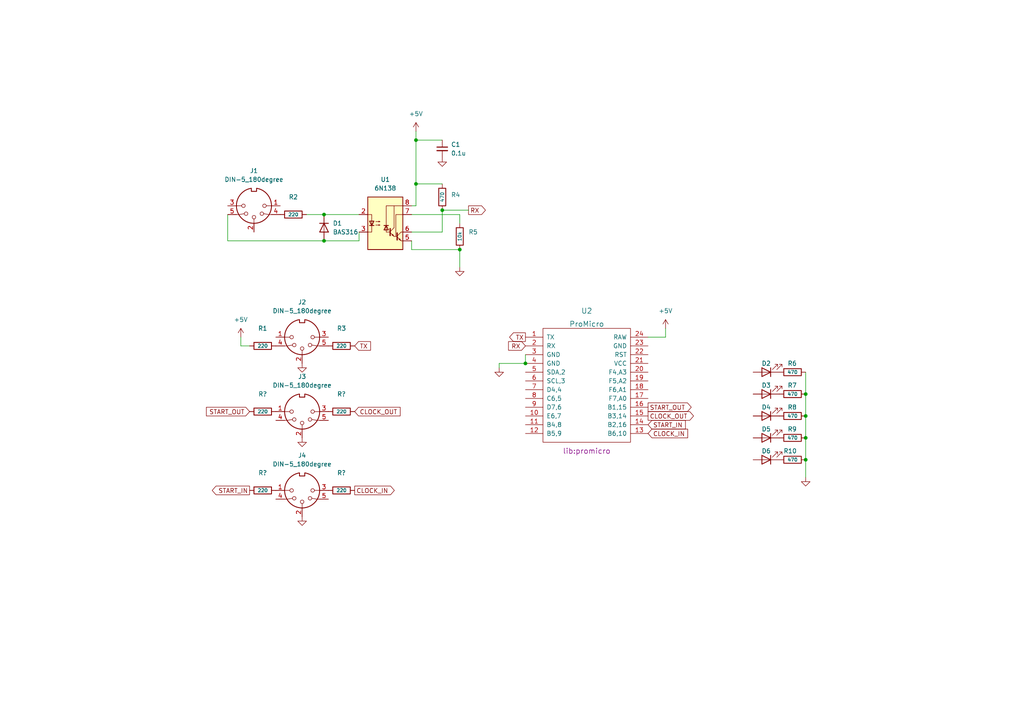
<source format=kicad_sch>
(kicad_sch (version 20211123) (generator eeschema)
  (paper "A4")
  (lib_symbols
    (symbol "Connector:DIN-5_180degree" (pin_names (offset 1.016))
      (property "Reference" "J" (at 3.175 5.715 0))
      (property "Value" "DIN-5_180degree" (at 0 -6.35 0))
      (symbol "DIN-5_180degree_0_1"
        (arc (start -5.08 0) (mid -3.8609 -3.3364) (end -0.762 -5.08) (stroke (width 0.254)))
        (circle (center -3.048 0) (radius 0.508))
        (circle (center -2.286 2.286) (radius 0.508))
        (polyline (pts (xy -5.08 0) (xy -3.556 0)))
        (polyline (pts (xy 0 5.08) (xy 0 3.81)))
        (polyline (pts (xy 5.08 0) (xy 3.556 0)))
        (polyline (pts (xy -5.08 2.54) (xy -4.318 2.54) (xy -2.794 2.286)))
        (polyline (pts (xy 5.08 2.54) (xy 4.318 2.54) (xy 2.794 2.286)))
        (polyline (pts (xy -0.762 -4.953) (xy -0.762 -4.191) (xy 0.762 -4.191) (xy 0.762 -4.953)) (stroke (width 0.254)))
        (circle (center 0 3.302) (radius 0.508))
        (arc (start 0.762 -5.08) (mid 3.8685 -3.343) (end 5.08 0) (stroke (width 0.254)))
        (circle (center 2.286 2.286) (radius 0.508))
        (circle (center 3.048 0) (radius 0.508))
        (arc (start 5.08 0) (mid 0 5.08) (end -5.08 0) (stroke (width 0.254)))
      )
      (symbol "DIN-5_180degree_1_1"
        (pin passive line (at -7.62 0 0) (length 2.54) (name "~") (number "1"))
        (pin passive line (at 0 7.62 270) (length 2.54) (name "~") (number "2"))
        (pin passive line (at 7.62 0 180) (length 2.54) (name "~") (number "3"))
        (pin passive line (at -7.62 2.54 0) (length 2.54) (name "~") (number "4"))
        (pin passive line (at 7.62 2.54 180) (length 2.54) (name "~") (number "5"))
      )
    )
    (symbol "Device:C_Small" (pin_numbers hide) (pin_names (offset 0.254) hide)
      (property "Reference" "C" (at 0.254 1.778 0))
      (property "Value" "C_Small" (at 0.254 -2.032 0))
      (symbol "C_Small_0_1"
        (polyline (pts (xy -1.524 -0.508) (xy 1.524 -0.508)) (stroke (width 0.3302)))
        (polyline (pts (xy -1.524 0.508) (xy 1.524 0.508)) (stroke (width 0.3048)))
      )
      (symbol "C_Small_1_1"
        (pin passive line (at 0 2.54 270) (length 2.032) (name "~") (number "1"))
        (pin passive line (at 0 -2.54 90) (length 2.032) (name "~") (number "2"))
      )
    )
    (symbol "Device:LED" (pin_numbers hide) (pin_names (offset 1.016) hide)
      (property "Reference" "D" (at 0 2.54 0))
      (property "Value" "LED" (at 0 -2.54 0))
      (symbol "LED_0_1"
        (polyline (pts (xy -1.27 -1.27) (xy -1.27 1.27)) (stroke (width 0.254)))
        (polyline (pts (xy -1.27 0) (xy 1.27 0)))
        (polyline (pts (xy 1.27 -1.27) (xy 1.27 1.27) (xy -1.27 0) (xy 1.27 -1.27)) (stroke (width 0.254)))
        (polyline (pts (xy -3.048 -0.762) (xy -4.572 -2.286) (xy -3.81 -2.286) (xy -4.572 -2.286) (xy -4.572 -1.524)))
        (polyline (pts (xy -1.778 -0.762) (xy -3.302 -2.286) (xy -2.54 -2.286) (xy -3.302 -2.286) (xy -3.302 -1.524)))
      )
      (symbol "LED_1_1"
        (pin passive line (at -3.81 0 0) (length 2.54) (name "K") (number "1"))
        (pin passive line (at 3.81 0 180) (length 2.54) (name "A") (number "2"))
      )
    )
    (symbol "Device:R" (pin_numbers hide) (pin_names (offset 0))
      (property "Reference" "R" (at 2.032 0 90))
      (property "Value" "R" (at 0 0 90))
      (symbol "R_0_1"
        (rectangle (start -1.016 -2.54) (end 1.016 2.54) (stroke (width 0.254)))
      )
      (symbol "R_1_1"
        (pin passive line (at 0 3.81 270) (length 1.27) (name "~") (number "1"))
        (pin passive line (at 0 -3.81 90) (length 1.27) (name "~") (number "2"))
      )
    )
    (symbol "Diode:BAS316" (pin_numbers hide) (pin_names hide)
      (property "Reference" "D" (at 0 2.54 0))
      (property "Value" "BAS316" (at 0 -2.54 0))
      (symbol "BAS316_0_1"
        (polyline (pts (xy -1.27 1.27) (xy -1.27 -1.27)) (stroke (width 0.254)))
        (polyline (pts (xy 1.27 0) (xy -1.27 0)))
        (polyline (pts (xy 1.27 1.27) (xy 1.27 -1.27) (xy -1.27 0) (xy 1.27 1.27)) (stroke (width 0.254)))
      )
      (symbol "BAS316_1_1"
        (pin passive line (at -3.81 0 0) (length 2.54) (name "K") (number "1"))
        (pin passive line (at 3.81 0 180) (length 2.54) (name "A") (number "2"))
      )
    )
    (symbol "Isolator:6N138" (pin_names (offset 1.016) hide)
      (property "Reference" "U" (at -4.064 8.89 0))
      (property "Value" "6N138" (at 2.286 8.89 0))
      (symbol "6N138_0_1"
        (rectangle (start -5.08 7.62) (end 5.08 -7.62) (stroke (width 0.254)) (fill (type background)))
        (polyline (pts (xy -4.572 -0.635) (xy -3.302 -0.635)) (stroke (width 0.254)))
        (polyline (pts (xy 0.889 -0.635) (xy -0.381 -0.635)) (stroke (width 0.254)))
        (polyline (pts (xy 1.397 -2.667) (xy 2.54 -3.81)))
        (polyline (pts (xy 1.397 -2.413) (xy 2.54 -1.27)))
        (polyline (pts (xy 2.54 -3.81) (xy 3.175 -3.81)))
        (polyline (pts (xy 3.429 -3.937) (xy 4.572 -5.08)))
        (polyline (pts (xy 3.429 -3.683) (xy 4.572 -2.54)))
        (polyline (pts (xy 4.572 -5.08) (xy 5.08 -5.08)))
        (polyline (pts (xy 4.572 -2.54) (xy 5.08 -2.54)))
        (polyline (pts (xy 1.397 -1.524) (xy 1.397 -3.556) (xy 1.397 -3.556)) (stroke (width 0.3556)))
        (polyline (pts (xy 2.54 -1.27) (xy 2.54 5.08) (xy 5.08 5.08)))
        (polyline (pts (xy 3.429 -2.794) (xy 3.429 -4.826) (xy 3.429 -4.826)) (stroke (width 0.3556)))
        (polyline (pts (xy 5.08 2.54) (xy 3.048 2.54) (xy 3.048 -3.81)))
        (polyline (pts (xy -5.08 -2.54) (xy -3.937 -2.54) (xy -3.937 2.54) (xy -5.08 2.54)))
        (polyline (pts (xy -3.937 -0.635) (xy -4.572 0.635) (xy -3.302 0.635) (xy -3.937 -0.635)) (stroke (width 0.254)))
        (polyline (pts (xy 0.254 -0.635) (xy 0.889 -1.905) (xy -0.381 -1.905) (xy 0.254 -0.635)) (stroke (width 0.254)))
        (polyline (pts (xy 1.27 -2.54) (xy 0.254 -2.54) (xy 0.254 5.08) (xy 2.54 5.08)))
        (polyline (pts (xy 2.413 -3.683) (xy 2.159 -3.175) (xy 1.905 -3.429) (xy 2.413 -3.683)))
        (polyline (pts (xy 4.445 -4.953) (xy 4.191 -4.445) (xy 3.937 -4.699) (xy 4.445 -4.953)))
        (polyline (pts (xy -2.794 -0.508) (xy -1.524 -0.508) (xy -1.905 -0.635) (xy -1.905 -0.381) (xy -1.524 -0.508)))
        (polyline (pts (xy -2.794 0.508) (xy -1.524 0.508) (xy -1.905 0.381) (xy -1.905 0.635) (xy -1.524 0.508)))
      )
      (symbol "6N138_1_1"
        (pin no_connect line (at -5.08 5.08 0) (length 2.54) hide (name "NC") (number "1"))
        (pin passive line (at -7.62 2.54 0) (length 2.54) (name "C1") (number "2"))
        (pin passive line (at -7.62 -2.54 0) (length 2.54) (name "C2") (number "3"))
        (pin no_connect line (at -5.08 -5.08 0) (length 2.54) hide (name "NC") (number "4"))
        (pin passive line (at 7.62 -5.08 180) (length 2.54) (name "GND") (number "5"))
        (pin passive line (at 7.62 -2.54 180) (length 2.54) (name "VO2") (number "6"))
        (pin passive line (at 7.62 2.54 180) (length 2.54) (name "VO1") (number "7"))
        (pin passive line (at 7.62 5.08 180) (length 2.54) (name "VCC") (number "8"))
      )
    )
    (symbol "power:+5V" (power) (pin_names (offset 0))
      (property "Value" "+5V" (at 0 3.556 0))
      (symbol "+5V_0_1"
        (polyline (pts (xy -0.762 1.27) (xy 0 2.54)))
        (polyline (pts (xy 0 0) (xy 0 2.54)))
        (polyline (pts (xy 0 2.54) (xy 0.762 1.27)))
      )
      (symbol "+5V_1_1"
        (pin power_in line (at 0 0 90) (length 0) hide (name "+5V") (number "1"))
      )
    )
    (symbol "power:GND" (power) (pin_names (offset 0))
      (property "Value" "GND" (at 0 -3.81 0))
      (symbol "GND_0_1"
        (polyline (pts (xy 0 0) (xy 0 -1.27) (xy 1.27 -1.27) (xy 0 -2.54) (xy -1.27 -1.27) (xy 0 -1.27)))
      )
      (symbol "GND_1_1"
        (pin power_in line (at 0 0 270) (length 0) hide (name "GND") (number "1"))
      )
    )
    (symbol "promicro:ProMicro" (pin_names (offset 1.016))
      (property "Reference" "U" (at 0 24.13 0))
      (property "Value" "ProMicro" (at 0 -13.97 0))
      (symbol "ProMicro_0_1"
        (rectangle (start -12.7 21.59) (end 12.7 -11.43))
      )
      (symbol "ProMicro_1_1"
        (pin bidirectional line (at -17.78 19.05 0) (length 5.08) (name "TX") (number "1"))
        (pin bidirectional line (at -17.78 -3.81 0) (length 5.08) (name "E6,7") (number "10"))
        (pin bidirectional line (at -17.78 -6.35 0) (length 5.08) (name "B4,8") (number "11"))
        (pin bidirectional line (at -17.78 -8.89 0) (length 5.08) (name "B5,9") (number "12"))
        (pin bidirectional line (at 17.78 -8.89 180) (length 5.08) (name "B6,10") (number "13"))
        (pin bidirectional line (at 17.78 -6.35 180) (length 5.08) (name "B2,16") (number "14"))
        (pin bidirectional line (at 17.78 -3.81 180) (length 5.08) (name "B3,14") (number "15"))
        (pin bidirectional line (at 17.78 -1.27 180) (length 5.08) (name "B1,15") (number "16"))
        (pin bidirectional line (at 17.78 1.27 180) (length 5.08) (name "F7,A0") (number "17"))
        (pin bidirectional line (at 17.78 3.81 180) (length 5.08) (name "F6,A1") (number "18"))
        (pin bidirectional line (at 17.78 6.35 180) (length 5.08) (name "F5,A2") (number "19"))
        (pin bidirectional line (at -17.78 16.51 0) (length 5.08) (name "RX") (number "2"))
        (pin bidirectional line (at 17.78 8.89 180) (length 5.08) (name "F4,A3") (number "20"))
        (pin power_in line (at 17.78 11.43 180) (length 5.08) (name "VCC") (number "21"))
        (pin input line (at 17.78 13.97 180) (length 5.08) (name "RST") (number "22"))
        (pin power_in line (at 17.78 16.51 180) (length 5.08) (name "GND") (number "23"))
        (pin power_out line (at 17.78 19.05 180) (length 5.08) (name "RAW") (number "24"))
        (pin power_in line (at -17.78 13.97 0) (length 5.08) (name "GND") (number "3"))
        (pin power_in line (at -17.78 11.43 0) (length 5.08) (name "GND") (number "4"))
        (pin bidirectional line (at -17.78 8.89 0) (length 5.08) (name "SDA,2") (number "5"))
        (pin bidirectional line (at -17.78 6.35 0) (length 5.08) (name "SCL,3") (number "6"))
        (pin bidirectional line (at -17.78 3.81 0) (length 5.08) (name "D4,4") (number "7"))
        (pin bidirectional line (at -17.78 1.27 0) (length 5.08) (name "C6,5") (number "8"))
        (pin bidirectional line (at -17.78 -1.27 0) (length 5.08) (name "D7,6") (number "9"))
      )
    )
  )
  (junction (at 93.98 69.85))
  (junction (at 120.65 40.64))
  (junction (at 128.27 60.96))
  (junction (at 152.4 105.41))
  (junction (at 233.68 127))
  (junction (at 133.35 72.39))
  (junction (at 93.98 62.23))
  (junction (at 120.65 53.34))
  (junction (at 233.68 114.3))
  (junction (at 233.68 120.65))
  (junction (at 233.68 133.35))
  (wire (pts (xy 119.38 72.39) (xy 133.35 72.39)))
  (wire (pts (xy 119.38 69.85) (xy 119.38 72.39)))
  (wire (pts (xy 233.68 107.95) (xy 233.68 114.3)))
  (wire (pts (xy 233.68 114.3) (xy 233.68 120.65)))
  (wire (pts (xy 128.27 60.96) (xy 135.89 60.96)))
  (wire (pts (xy 233.68 120.65) (xy 233.68 127)))
  (wire (pts (xy 133.35 62.23) (xy 133.35 64.77)))
  (wire (pts (xy 193.04 97.79) (xy 193.04 95.25)))
  (wire (pts (xy 119.38 67.31) (xy 128.27 67.31)))
  (wire (pts (xy 66.04 62.23) (xy 66.04 69.85)))
  (wire (pts (xy 93.98 62.23) (xy 104.14 62.23)))
  (wire (pts (xy 104.14 69.85) (xy 93.98 69.85)))
  (wire (pts (xy 133.35 72.39) (xy 133.35 77.47)))
  (wire (pts (xy 144.78 105.41) (xy 152.4 105.41)))
  (wire (pts (xy 88.9 62.23) (xy 93.98 62.23)))
  (wire (pts (xy 69.85 100.33) (xy 72.39 100.33)))
  (wire (pts (xy 187.96 97.79) (xy 193.04 97.79)))
  (wire (pts (xy 120.65 40.64) (xy 128.27 40.64)))
  (wire (pts (xy 66.04 69.85) (xy 93.98 69.85)))
  (wire (pts (xy 144.78 106.68) (xy 144.78 105.41)))
  (wire (pts (xy 128.27 67.31) (xy 128.27 60.96)))
  (wire (pts (xy 119.38 62.23) (xy 133.35 62.23)))
  (wire (pts (xy 119.38 59.69) (xy 120.65 59.69)))
  (wire (pts (xy 69.85 97.79) (xy 69.85 100.33)))
  (wire (pts (xy 233.68 133.35) (xy 233.68 138.43)))
  (wire (pts (xy 120.65 53.34) (xy 128.27 53.34)))
  (wire (pts (xy 120.65 40.64) (xy 120.65 38.1)))
  (wire (pts (xy 120.65 59.69) (xy 120.65 53.34)))
  (wire (pts (xy 120.65 53.34) (xy 120.65 40.64)))
  (wire (pts (xy 104.14 67.31) (xy 104.14 69.85)))
  (wire (pts (xy 233.68 127) (xy 233.68 133.35)))
  (wire (pts (xy 152.4 102.87) (xy 152.4 105.41)))
  (global_label "RX" (shape output) (at 135.89 60.96 0) (property "Intersheet References" "${INTERSHEET_REFS}" (effects hide)))
  (global_label "CLOCK_OUT" (shape output) (at 187.96 120.65 0) (property "Intersheet References" "${INTERSHEET_REFS}" (effects hide)))
  (global_label "TX" (shape input) (at 102.87 100.33 0) (property "Intersheet References" "${INTERSHEET_REFS}" (effects hide)))
  (global_label "START_IN" (shape output) (at 72.39 142.24 180) (property "Intersheet References" "${INTERSHEET_REFS}" (effects hide)))
  (global_label "START_OUT" (shape input) (at 72.39 119.38 180) (property "Intersheet References" "${INTERSHEET_REFS}" (effects hide)))
  (global_label "TX" (shape output) (at 152.4 97.79 180) (property "Intersheet References" "${INTERSHEET_REFS}" (effects hide)))
  (global_label "START_OUT" (shape output) (at 187.96 118.11 0) (property "Intersheet References" "${INTERSHEET_REFS}" (effects hide)))
  (global_label "RX" (shape input) (at 152.4 100.33 180) (property "Intersheet References" "${INTERSHEET_REFS}" (effects hide)))
  (global_label "CLOCK_IN" (shape input) (at 187.96 125.73 0) (property "Intersheet References" "${INTERSHEET_REFS}" (effects hide)))
  (global_label "CLOCK_IN" (shape output) (at 102.87 142.24 0) (property "Intersheet References" "${INTERSHEET_REFS}" (effects hide)))
  (global_label "CLOCK_OUT" (shape input) (at 102.87 119.38 0) (property "Intersheet References" "${INTERSHEET_REFS}" (effects hide)))
  (global_label "START_IN" (shape input) (at 187.96 123.19 0) (property "Intersheet References" "${INTERSHEET_REFS}" (effects hide)))
  (symbol (lib_id "power:GND") (at 144.78 106.68 0) (unit 1)
    (property "Reference" "#PWR0105" (effects hide))
    (property "Value" "GND" (effects hide))
  )
  (symbol (lib_id "power:+5V") (at 69.85 97.79 0) (unit 1)
    (property "Reference" "#PWR0106" (effects hide))
    (property "Value" "+5V" (at 69.85 92.71 0))
  )
  (symbol (lib_id "Device:R") (at 76.2 100.33 90) (unit 1)
    (property "Reference" "R1" (at 76.2 95.25 90))
    (property "Value" "220" (at 76.2 100.33 90) (effects (font (size 1 1))))
    (property "Footprint" "Resistor_SMD:R_0805_2012Metric_Pad1.20x1.40mm_HandSolder" (effects hide))
  )
  (symbol (lib_id "Device:R") (at 229.87 120.65 270) (unit 1)
    (property "Reference" "R8" (at 231.14 118.11 90) (effects (justify right)))
    (property "Value" "470" (at 229.87 120.65 90) (effects (font (size 1 1))))
    (property "Footprint" "Resistor_SMD:R_0805_2012Metric_Pad1.20x1.40mm_HandSolder" (effects hide))
  )
  (symbol (lib_id "Device:R") (at 76.2 142.24 90) (unit 1)
    (property "Reference" "R?" (at 76.2 137.16 90))
    (property "Value" "220" (at 76.2 142.24 90) (effects (font (size 1 1))))
    (property "Footprint" "Resistor_SMD:R_0805_2012Metric_Pad1.20x1.40mm_HandSolder" (effects hide))
  )
  (symbol (lib_id "Connector:DIN-5_180degree") (at 73.66 59.69 180) (unit 1)
    (property "Reference" "J1" (at 73.6599 49.53 0))
    (property "Value" "DIN-5_180degree" (at 73.6599 52.07 0))
    (property "Footprint" "lib:DIN5MIDI-OOTDTY" (effects hide))
    (property "Datasheet" "http://www.mouser.com/ds/2/18/40_c091_abd_e-75918.pdf" (effects hide))
  )
  (symbol (lib_id "Device:R") (at 229.87 133.35 270) (unit 1)
    (property "Reference" "R10" (at 231.14 130.81 90) (effects (justify right)))
    (property "Value" "470" (at 229.87 133.35 90) (effects (font (size 1 1))))
    (property "Footprint" "Resistor_SMD:R_0805_2012Metric_Pad1.20x1.40mm_HandSolder" (effects hide))
  )
  (symbol (lib_id "Device:R") (at 99.06 142.24 90) (unit 1)
    (property "Reference" "R?" (at 99.06 137.16 90))
    (property "Value" "220" (at 99.06 142.24 90) (effects (font (size 1 1))))
    (property "Footprint" "Resistor_SMD:R_0805_2012Metric_Pad1.20x1.40mm_HandSolder" (effects hide))
  )
  (symbol (lib_id "power:GND") (at 233.68 138.43 0) (unit 1)
    (property "Reference" "#PWR0110" (effects hide))
    (property "Value" "GND" (effects hide))
  )
  (symbol (lib_id "promicro:ProMicro") (at 170.18 116.84 0) (unit 1)
    (property "Reference" "U2" (at 170.18 90.17 0) (effects (font (size 1.524 1.524))))
    (property "Value" "ProMicro" (at 170.18 93.98 0) (effects (font (size 1.524 1.524))))
    (property "Footprint" "lib:promicro" (at 170.18 130.81 0) (effects (font (size 1.524 1.524))))
  )
  (symbol (lib_id "Connector:DIN-5_180degree") (at 87.63 97.79 0) (mirror x) (unit 1)
    (property "Reference" "J2" (at 87.6301 87.63 0))
    (property "Value" "DIN-5_180degree" (at 87.6301 90.17 0))
    (property "Footprint" "lib:DIN5MIDI-OOTDTY" (effects hide))
    (property "Datasheet" "http://www.mouser.com/ds/2/18/40_c091_abd_e-75918.pdf" (effects hide))
  )
  (symbol (lib_id "Device:R") (at 76.2 119.38 90) (unit 1)
    (property "Reference" "R?" (at 76.2 114.3 90))
    (property "Value" "220" (at 76.2 119.38 90) (effects (font (size 1 1))))
    (property "Footprint" "Resistor_SMD:R_0805_2012Metric_Pad1.20x1.40mm_HandSolder" (effects hide))
  )
  (symbol (lib_id "Device:LED") (at 222.25 133.35 180) (unit 1)
    (property "Reference" "D6" (at 222.25 130.81 0))
    (property "Value" "LED" (effects hide))
    (property "Footprint" "Connector_PinSocket_2.54mm:PinSocket_1x02_P2.54mm_Vertical" (effects hide))
  )
  (symbol (lib_id "power:+5V") (at 193.04 95.25 0) (unit 1)
    (property "Reference" "#PWR0103" (effects hide))
    (property "Value" "+5V" (at 193.04 90.17 0))
  )
  (symbol (lib_id "power:GND") (at 87.63 127 0) (unit 1)
    (property "Reference" "#PWR0108" (effects hide))
    (property "Value" "GND" (effects hide))
  )
  (symbol (lib_id "Device:R") (at 99.06 100.33 90) (unit 1)
    (property "Reference" "R3" (at 99.06 95.25 90))
    (property "Value" "220" (at 99.06 100.33 90) (effects (font (size 1 1))))
    (property "Footprint" "Resistor_SMD:R_0805_2012Metric_Pad1.20x1.40mm_HandSolder" (effects hide))
  )
  (symbol (lib_id "Connector:DIN-5_180degree") (at 87.63 119.38 0) (mirror x) (unit 1)
    (property "Reference" "J3" (at 87.6301 109.22 0))
    (property "Value" "DIN-5_180degree" (at 87.6301 111.76 0))
    (property "Footprint" "lib:DIN5MIDI-OOTDTY" (effects hide))
    (property "Datasheet" "http://www.mouser.com/ds/2/18/40_c091_abd_e-75918.pdf" (effects hide))
  )
  (symbol (lib_id "Connector:DIN-5_180degree") (at 87.63 142.24 0) (mirror x) (unit 1)
    (property "Reference" "J4" (at 87.6301 132.08 0))
    (property "Value" "DIN-5_180degree" (at 87.6301 134.62 0))
    (property "Footprint" "lib:DIN5MIDI-OOTDTY" (effects hide))
    (property "Datasheet" "http://www.mouser.com/ds/2/18/40_c091_abd_e-75918.pdf" (effects hide))
  )
  (symbol (lib_id "Device:R") (at 229.87 107.95 270) (unit 1)
    (property "Reference" "R6" (at 231.14 105.41 90) (effects (justify right)))
    (property "Value" "470" (at 229.87 107.95 90) (effects (font (size 1 1))))
    (property "Footprint" "Resistor_SMD:R_0805_2012Metric_Pad1.20x1.40mm_HandSolder" (effects hide))
  )
  (symbol (lib_id "Device:LED") (at 222.25 120.65 180) (unit 1)
    (property "Reference" "D4" (at 222.25 118.11 0))
    (property "Value" "LED" (effects hide))
    (property "Footprint" "Connector_PinSocket_2.54mm:PinSocket_1x02_P2.54mm_Vertical" (effects hide))
  )
  (symbol (lib_id "power:GND") (at 87.63 149.86 0) (unit 1)
    (property "Reference" "#PWR0109" (effects hide))
    (property "Value" "GND" (effects hide))
  )
  (symbol (lib_id "Device:R") (at 128.27 57.15 180) (unit 1)
    (property "Reference" "R4" (at 130.81 56.5149 0) (effects (justify right)))
    (property "Value" "470" (at 128.27 57.15 90) (effects (font (size 1 1))))
    (property "Footprint" "Resistor_SMD:R_0805_2012Metric_Pad1.20x1.40mm_HandSolder" (effects hide))
  )
  (symbol (lib_id "power:+5V") (at 120.65 38.1 0) (unit 1)
    (property "Reference" "#PWR0101" (effects hide))
    (property "Value" "+5V" (at 120.65 33.02 0))
  )
  (symbol (lib_id "Device:R") (at 229.87 127 270) (unit 1)
    (property "Reference" "R9" (at 231.14 124.46 90) (effects (justify right)))
    (property "Value" "470" (at 229.87 127 90) (effects (font (size 1 1))))
    (property "Footprint" "Resistor_SMD:R_0805_2012Metric_Pad1.20x1.40mm_HandSolder" (effects hide))
  )
  (symbol (lib_id "Device:C_Small") (at 128.27 43.18 0) (unit 1)
    (property "Reference" "C1" (at 130.81 41.9162 0) (effects (justify left)))
    (property "Value" "0.1u" (at 130.81 44.4562 0) (effects (justify left)))
    (property "Footprint" "Capacitor_SMD:C_0805_2012Metric_Pad1.18x1.45mm_HandSolder" (effects hide))
  )
  (symbol (lib_id "Device:R") (at 99.06 119.38 90) (unit 1)
    (property "Reference" "R?" (at 99.06 114.3 90))
    (property "Value" "220" (at 99.06 119.38 90) (effects (font (size 1 1))))
    (property "Footprint" "Resistor_SMD:R_0805_2012Metric_Pad1.20x1.40mm_HandSolder" (effects hide))
  )
  (symbol (lib_id "Device:LED") (at 222.25 107.95 180) (unit 1)
    (property "Reference" "D2" (at 222.25 105.41 0))
    (property "Value" "LED" (effects hide))
    (property "Footprint" "Connector_PinSocket_2.54mm:PinSocket_1x02_P2.54mm_Vertical" (effects hide))
  )
  (symbol (lib_id "Device:R") (at 85.09 62.23 90) (unit 1)
    (property "Reference" "R2" (at 85.09 57.15 90))
    (property "Value" "220" (at 85.09 62.23 90) (effects (font (size 1 1))))
    (property "Footprint" "Resistor_SMD:R_0805_2012Metric_Pad1.20x1.40mm_HandSolder" (effects hide))
  )
  (symbol (lib_id "power:GND") (at 87.63 105.41 0) (unit 1)
    (property "Reference" "#PWR0107" (effects hide))
    (property "Value" "GND" (effects hide))
  )
  (symbol (lib_id "power:GND") (at 133.35 77.47 0) (unit 1)
    (property "Reference" "#PWR0104" (effects hide))
    (property "Value" "GND" (effects hide))
  )
  (symbol (lib_id "Isolator:6N138") (at 111.76 64.77 0) (unit 1)
    (property "Reference" "U1" (at 111.76 52.07 0))
    (property "Value" "6N138" (at 111.76 54.61 0))
    (property "Footprint" "Package_DIP:DIP-8_W7.62mm_Socket_LongPads" (effects hide))
    (property "Datasheet" "http://www.onsemi.com/pub/Collateral/HCPL2731-D.pdf" (effects hide))
  )
  (symbol (lib_id "Device:R") (at 133.35 68.58 180) (unit 1)
    (property "Reference" "R5" (at 135.89 67.3099 0) (effects (justify right)))
    (property "Value" "10k" (at 133.35 68.58 90) (effects (font (size 1 1))))
    (property "Footprint" "Resistor_SMD:R_0805_2012Metric_Pad1.20x1.40mm_HandSolder" (effects hide))
  )
  (symbol (lib_id "Diode:BAS316") (at 93.98 66.04 270) (unit 1)
    (property "Reference" "D1" (at 96.52 64.7699 90) (effects (justify left)))
    (property "Value" "BAS316" (at 96.52 67.3099 90) (effects (justify left)))
    (property "Footprint" "Diode_SMD:D_SOD-323" (effects hide))
    (property "Datasheet" "https://assets.nexperia.com/documents/data-sheet/BAS16_SER.pdf" (effects hide))
  )
  (symbol (lib_id "Device:R") (at 229.87 114.3 270) (unit 1)
    (property "Reference" "R7" (at 231.14 111.76 90) (effects (justify right)))
    (property "Value" "470" (at 229.87 114.3 90) (effects (font (size 1 1))))
    (property "Footprint" "Resistor_SMD:R_0805_2012Metric_Pad1.20x1.40mm_HandSolder" (effects hide))
  )
  (symbol (lib_id "Device:LED") (at 222.25 114.3 180) (unit 1)
    (property "Reference" "D3" (at 222.25 111.76 0))
    (property "Value" "LED" (effects hide))
    (property "Footprint" "Connector_PinSocket_2.54mm:PinSocket_1x02_P2.54mm_Vertical" (effects hide))
  )
  (symbol (lib_id "Device:LED") (at 222.25 127 180) (unit 1)
    (property "Reference" "D5" (at 222.25 124.46 0))
    (property "Value" "LED" (effects hide))
    (property "Footprint" "Connector_PinSocket_2.54mm:PinSocket_1x02_P2.54mm_Vertical" (effects hide))
  )
  (symbol (lib_id "power:GND") (at 128.27 45.72 0) (unit 1)
    (property "Reference" "#PWR0102" (effects hide))
    (property "Value" "GND" (effects hide))
  )
)
</source>
